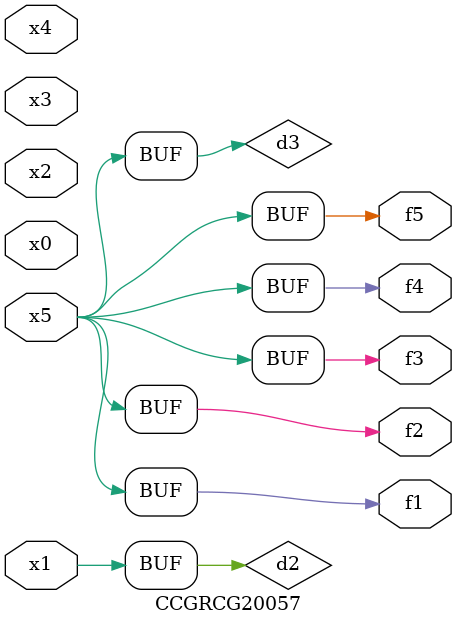
<source format=v>
module CCGRCG20057(
	input x0, x1, x2, x3, x4, x5,
	output f1, f2, f3, f4, f5
);

	wire d1, d2, d3;

	not (d1, x5);
	or (d2, x1);
	xnor (d3, d1);
	assign f1 = d3;
	assign f2 = d3;
	assign f3 = d3;
	assign f4 = d3;
	assign f5 = d3;
endmodule

</source>
